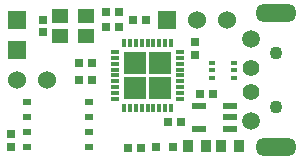
<source format=gts>
G04 #@! TF.GenerationSoftware,KiCad,Pcbnew,(5.1.10-1-10_14)*
G04 #@! TF.CreationDate,2021-07-01T15:51:22+08:00*
G04 #@! TF.ProjectId,fst-01,6673742d-3031-42e6-9b69-6361645f7063,1.3*
G04 #@! TF.SameCoordinates,PX791ddc0PY5e69114*
G04 #@! TF.FileFunction,Soldermask,Top*
G04 #@! TF.FilePolarity,Negative*
%FSLAX45Y45*%
G04 Gerber Fmt 4.5, Leading zero omitted, Abs format (unit mm)*
G04 Created by KiCad (PCBNEW (5.1.10-1-10_14)) date 2021-07-01 15:51:22*
%MOMM*%
%LPD*%
G01*
G04 APERTURE LIST*
%ADD10R,0.800100X0.698500*%
%ADD11R,1.524000X1.524000*%
%ADD12C,1.524000*%
%ADD13R,0.500380X0.398780*%
%ADD14R,1.905000X1.905000*%
%ADD15R,0.749300X0.299720*%
%ADD16R,0.299720X0.749300*%
%ADD17R,0.749300X0.500380*%
%ADD18R,1.198880X0.548640*%
%ADD19R,0.797560X0.797560*%
%ADD20R,1.397000X1.193800*%
%ADD21R,0.698500X0.800100*%
%ADD22R,0.899160X1.000760*%
%ADD23O,3.500120X1.501140*%
%ADD24C,1.399540*%
%ADD25C,1.518920*%
%ADD26C,1.099820*%
G04 APERTURE END LIST*
D10*
G04 #@! TO.C,R3*
X-112535Y507875D03*
X-2807Y507875D03*
G04 #@! TD*
D11*
G04 #@! TO.C,K1*
X177953Y507811D03*
D12*
X431953Y507811D03*
X685953Y507811D03*
G04 #@! TD*
D10*
G04 #@! TO.C,R2*
X-456887Y145004D03*
X-566615Y145004D03*
G04 #@! TD*
D12*
G04 #@! TO.C,K3*
X-840220Y-1121D03*
X-1094220Y-1121D03*
G04 #@! TD*
D13*
G04 #@! TO.C,U3*
X555244Y146304D03*
X555244Y81280D03*
X555244Y16256D03*
X745236Y16256D03*
X745236Y81280D03*
X745236Y146304D03*
G04 #@! TD*
D14*
G04 #@! TO.C,U1*
X-93980Y-66040D03*
X114300Y-66040D03*
X114300Y142240D03*
D15*
X-267462Y238252D03*
X-267462Y188214D03*
X-267462Y138176D03*
X-267462Y88138D03*
X-267462Y38100D03*
X-267462Y-11938D03*
X-267462Y-61976D03*
X-267462Y-112014D03*
X-267462Y-162052D03*
D16*
X-189992Y-239522D03*
X-139954Y-239522D03*
X-89916Y-239522D03*
X-39878Y-239522D03*
X10160Y-239522D03*
X60198Y-239522D03*
X110236Y-239522D03*
X160274Y-239522D03*
X210312Y-239522D03*
D15*
X287782Y-162052D03*
X287782Y-112014D03*
X287782Y-61976D03*
X287782Y-11938D03*
X287782Y38100D03*
X287782Y88138D03*
X287782Y138176D03*
X287782Y188214D03*
X287782Y238252D03*
D16*
X210312Y315722D03*
X160274Y315722D03*
X110236Y315722D03*
X60198Y315722D03*
X10160Y315722D03*
X-39878Y315722D03*
X-89916Y315722D03*
X-139954Y315722D03*
X-189992Y315722D03*
D14*
X-93980Y142240D03*
G04 #@! TD*
D17*
G04 #@! TO.C,U4*
X-486918Y-317500D03*
X-486918Y-190500D03*
X-486918Y-444500D03*
X-1011682Y-190500D03*
X-1011682Y-317500D03*
X-1011682Y-444500D03*
X-1011682Y-571500D03*
X-486918Y-571500D03*
G04 #@! TD*
D18*
G04 #@! TO.C,U2*
X703834Y-412496D03*
X703834Y-317500D03*
X703834Y-222504D03*
X444246Y-222504D03*
X444040Y-412500D03*
G04 #@! TD*
D19*
G04 #@! TO.C,D1*
X77470Y-568960D03*
X227330Y-568960D03*
G04 #@! TD*
D20*
G04 #@! TO.C,X1*
X-732282Y372110D03*
X-732282Y542290D03*
X-512318Y542290D03*
X-512318Y372110D03*
G04 #@! TD*
D21*
G04 #@! TO.C,C11*
X-1143000Y-567944D03*
X-1143000Y-458216D03*
G04 #@! TD*
D10*
G04 #@! TO.C,C9*
X453136Y-116840D03*
X562864Y-116840D03*
G04 #@! TD*
D21*
G04 #@! TO.C,C2*
X-873760Y402336D03*
X-873760Y512064D03*
G04 #@! TD*
D10*
G04 #@! TO.C,C4*
X-567944Y0D03*
X-458216Y0D03*
G04 #@! TD*
G04 #@! TO.C,C5*
X-232485Y444890D03*
X-342213Y444890D03*
G04 #@! TD*
G04 #@! TO.C,C6*
X186436Y-355600D03*
X296164Y-355600D03*
G04 #@! TD*
D21*
G04 #@! TO.C,C7*
X408940Y209296D03*
X408940Y319024D03*
G04 #@! TD*
D10*
G04 #@! TO.C,C1*
X-342213Y575329D03*
X-232485Y575329D03*
G04 #@! TD*
G04 #@! TO.C,R1*
X-49276Y-574040D03*
X-159004Y-574040D03*
G04 #@! TD*
D22*
G04 #@! TO.C,C8*
X356616Y-558800D03*
X506984Y-558800D03*
G04 #@! TD*
G04 #@! TO.C,C10*
X786384Y-558800D03*
X636016Y-558800D03*
G04 #@! TD*
D23*
G04 #@! TO.C,J1*
X1099058Y569976D03*
X1099058Y-569976D03*
D24*
X889000Y-100076D03*
X889000Y100076D03*
D25*
X889000Y-350012D03*
X889000Y350012D03*
D26*
X1099058Y-225044D03*
X1099058Y225044D03*
G04 #@! TD*
D11*
G04 #@! TO.C,K2*
X-1092979Y254000D03*
X-1092979Y508000D03*
G04 #@! TD*
M02*

</source>
